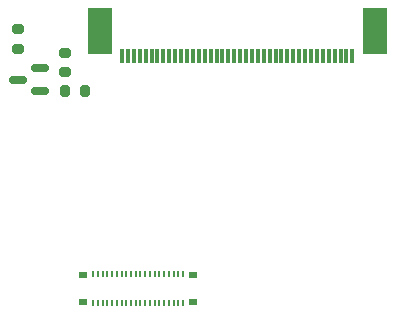
<source format=gbr>
%TF.GenerationSoftware,KiCad,Pcbnew,8.0.0*%
%TF.CreationDate,2024-03-06T23:01:12+04:00*%
%TF.ProjectId,gbc-cm4-aio-flex,6762632d-636d-4342-9d61-696f2d666c65,rev?*%
%TF.SameCoordinates,Original*%
%TF.FileFunction,Paste,Top*%
%TF.FilePolarity,Positive*%
%FSLAX46Y46*%
G04 Gerber Fmt 4.6, Leading zero omitted, Abs format (unit mm)*
G04 Created by KiCad (PCBNEW 8.0.0) date 2024-03-06 23:01:12*
%MOMM*%
%LPD*%
G01*
G04 APERTURE LIST*
G04 Aperture macros list*
%AMRoundRect*
0 Rectangle with rounded corners*
0 $1 Rounding radius*
0 $2 $3 $4 $5 $6 $7 $8 $9 X,Y pos of 4 corners*
0 Add a 4 corners polygon primitive as box body*
4,1,4,$2,$3,$4,$5,$6,$7,$8,$9,$2,$3,0*
0 Add four circle primitives for the rounded corners*
1,1,$1+$1,$2,$3*
1,1,$1+$1,$4,$5*
1,1,$1+$1,$6,$7*
1,1,$1+$1,$8,$9*
0 Add four rect primitives between the rounded corners*
20,1,$1+$1,$2,$3,$4,$5,0*
20,1,$1+$1,$4,$5,$6,$7,0*
20,1,$1+$1,$6,$7,$8,$9,0*
20,1,$1+$1,$8,$9,$2,$3,0*%
G04 Aperture macros list end*
%ADD10R,0.750000X0.550000*%
%ADD11R,0.220000X0.500000*%
%ADD12R,0.300000X1.300000*%
%ADD13R,2.000000X4.000000*%
%ADD14RoundRect,0.200000X0.200000X0.275000X-0.200000X0.275000X-0.200000X-0.275000X0.200000X-0.275000X0*%
%ADD15RoundRect,0.200000X-0.275000X0.200000X-0.275000X-0.200000X0.275000X-0.200000X0.275000X0.200000X0*%
%ADD16RoundRect,0.150000X0.587500X0.150000X-0.587500X0.150000X-0.587500X-0.150000X0.587500X-0.150000X0*%
%ADD17RoundRect,0.200000X0.275000X-0.200000X0.275000X0.200000X-0.275000X0.200000X-0.275000X-0.200000X0*%
G04 APERTURE END LIST*
D10*
%TO.C,J2*%
X152585000Y-138715000D03*
X152585000Y-141065000D03*
X143335000Y-141065000D03*
X143335000Y-138715000D03*
D11*
X151760000Y-138690000D03*
X151760000Y-141090000D03*
X151360000Y-138690000D03*
X151360000Y-141090000D03*
X150960000Y-138690000D03*
X150960000Y-141090000D03*
X150560000Y-138690000D03*
X150560000Y-141090000D03*
X150160000Y-138690000D03*
X150160000Y-141090000D03*
X149760000Y-138690000D03*
X149760000Y-141090000D03*
X149360000Y-138690000D03*
X149360000Y-141090000D03*
X148960000Y-138690000D03*
X148960000Y-141090000D03*
X148560000Y-138690000D03*
X148560000Y-141090000D03*
X148160000Y-138690000D03*
X148160000Y-141090000D03*
X147760000Y-138690000D03*
X147760000Y-141090000D03*
X147360000Y-138690000D03*
X147360000Y-141090000D03*
X146960000Y-138690000D03*
X146960000Y-141090000D03*
X146560000Y-138690000D03*
X146560000Y-141090000D03*
X146160000Y-138690000D03*
X146160000Y-141090000D03*
X145760000Y-138690000D03*
X145760000Y-141090000D03*
X145360000Y-138690000D03*
X145360000Y-141090000D03*
X144960000Y-138690000D03*
X144960000Y-141090000D03*
X144560000Y-138690000D03*
X144560000Y-141090000D03*
X144160000Y-138690000D03*
X144160000Y-141090000D03*
%TD*%
D12*
%TO.C,J3*%
X166100000Y-120250000D03*
X165600000Y-120250000D03*
X165100000Y-120250000D03*
X164100000Y-120250000D03*
X163600000Y-120250000D03*
X163100000Y-120250000D03*
X162600000Y-120250000D03*
X162100000Y-120250000D03*
X161600000Y-120250000D03*
X161100000Y-120250000D03*
X160600000Y-120250000D03*
X160100000Y-120250000D03*
X159600000Y-120250000D03*
X159100000Y-120250000D03*
X158600000Y-120250000D03*
X158100000Y-120250000D03*
X157600000Y-120250000D03*
X157100000Y-120250000D03*
X156600000Y-120250000D03*
X156100000Y-120250000D03*
X155600000Y-120250000D03*
X155100000Y-120250000D03*
X154600000Y-120250000D03*
X154100000Y-120250000D03*
X153600000Y-120250000D03*
X153100000Y-120250000D03*
X152600000Y-120250000D03*
X152100000Y-120250000D03*
X151600000Y-120250000D03*
X151100000Y-120250000D03*
X150600000Y-120250000D03*
X150100000Y-120250000D03*
X149600000Y-120250000D03*
X149100000Y-120250000D03*
X148600000Y-120250000D03*
X148100000Y-120250000D03*
X147600000Y-120250000D03*
X147100000Y-120250000D03*
X146600000Y-120250000D03*
D13*
X168000000Y-118100000D03*
X144700000Y-118100000D03*
D12*
X164600000Y-120250000D03*
%TD*%
D14*
%TO.C,R3*%
X143440000Y-123210000D03*
X141790000Y-123210000D03*
%TD*%
D15*
%TO.C,R2*%
X141790000Y-119920000D03*
X141790000Y-121570000D03*
%TD*%
D16*
%TO.C,Q1*%
X139680000Y-123170000D03*
X139680000Y-121270000D03*
X137805000Y-122220000D03*
%TD*%
D17*
%TO.C,R1*%
X137800000Y-119580000D03*
X137800000Y-117930000D03*
%TD*%
M02*

</source>
